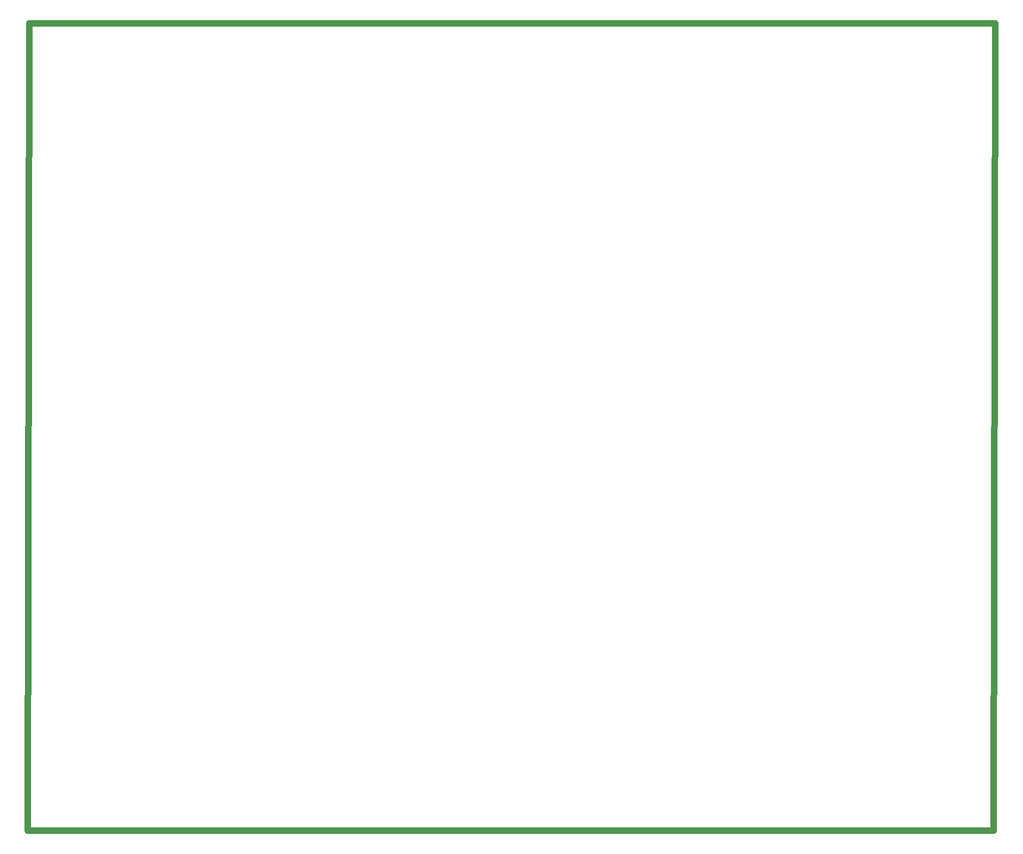
<source format=gbr>
G04 #@! TF.GenerationSoftware,KiCad,Pcbnew,(5.1.4)-1*
G04 #@! TF.CreationDate,2019-12-20T17:21:36+05:30*
G04 #@! TF.ProjectId,2014_board_SPI_Pullupattiny_4,32303134-5f62-46f6-9172-645f5350495f,rev?*
G04 #@! TF.SameCoordinates,Original*
G04 #@! TF.FileFunction,Profile,NP*
%FSLAX46Y46*%
G04 Gerber Fmt 4.6, Leading zero omitted, Abs format (unit mm)*
G04 Created by KiCad (PCBNEW (5.1.4)-1) date 2019-12-20 17:21:36*
%MOMM*%
%LPD*%
G04 APERTURE LIST*
%ADD10C,1.016000*%
G04 APERTURE END LIST*
D10*
X223748600Y-39916100D02*
X223520000Y-165608000D01*
X223520000Y-165608000D02*
X73025000Y-165608000D01*
X73025000Y-165608000D02*
X73253600Y-39916100D01*
X73253600Y-39916100D02*
X223748600Y-39916100D01*
M02*

</source>
